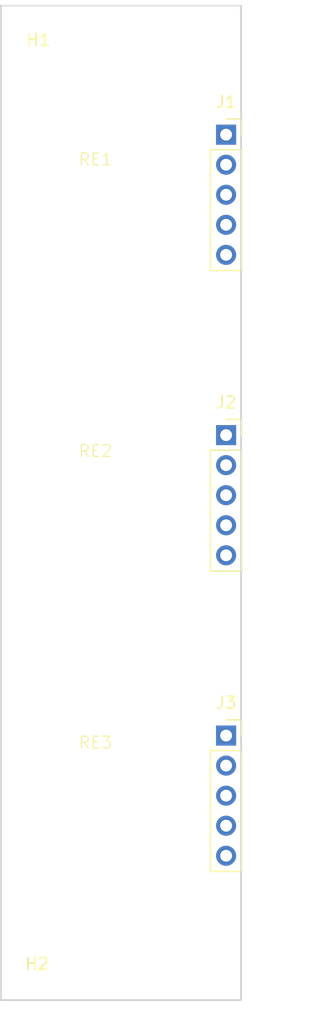
<source format=kicad_pcb>
(kicad_pcb (version 20240108) (generator "pcbnew") (generator_version "8.0")
  (layers (0 "F.Cu" signal) (31 "B.Cu" signal) (34 "B.Paste" user) (35 "F.Paste" user) (36 "B.SilkS" user "B.Silkscreen") (37 "F.SilkS" user "F.Silkscreen") (38 "B.Mask" user) (39 "F.Mask" user) (44 "Edge.Cuts" user))
  (net 0 "")
  (footprint "EXC:Rotary_Encoder_Mount_M7" (layer "F.Cu") (at 8 44.575)
    (property "Reference" "RE2" (at 0 -4.5 0) (layer "F.SilkS") (effects (font (thickness 0.1))))
    (property "Value" "~")
    (pad "" np_thru_hole circle (at 0 0) (size 7 7) (drill 7) (layers "F&B.Cu" "*.Mask"))
  )
  (footprint "MountingHole:MountingHole_3.2mm_M3" (layer "F.Cu") (at 7.61962 83.4794)
    (property "Reference" "H2" (at -4.57162 -0.0404 0) (layer "F.SilkS"))
    (property "Value" "MountingHole")
    (pad "" np_thru_hole circle (at 0 0) (size 3.2 3.2) (drill 3.2) (layers "*.Cu" "*.Mask"))
  )
  (footprint "Connector_PinSocket_2.54mm:PinSocket_1x05_P2.54mm_Vertical" (layer "F.Cu") (at 19.05 38.735)
    (property "Reference" "J2" (at 0 -2.77 0) (layer "F.SilkS"))
    (property "Value" "Conn_01x05_Socket")
    (fp_line (start -1.33 1.27) (end -1.33 11.49) (stroke (width 0.12)) (layer "F.SilkS"))
    (fp_line (start -1.33 1.27) (end 1.33 1.27) (stroke (width 0.12)) (layer "F.SilkS"))
    (fp_line (start -1.33 11.49) (end 1.33 11.49) (stroke (width 0.12)) (layer "F.SilkS"))
    (fp_line (start 0 -1.33) (end 1.33 -1.33) (stroke (width 0.12)) (layer "F.SilkS"))
    (fp_line (start 1.33 -1.33) (end 1.33 0) (stroke (width 0.12)) (layer "F.SilkS"))
    (fp_line (start 1.33 1.27) (end 1.33 11.49) (stroke (width 0.12)) (layer "F.SilkS"))
    (pad "1" thru_hole rect (at 0 0) (size 1.7 1.7) (drill 1) (layers "*.Cu" "*.Mask"))
    (pad "2" thru_hole oval (at 0 2.54) (size 1.7 1.7) (drill 1) (layers "*.Cu" "*.Mask"))
    (pad "3" thru_hole oval (at 0 5.08) (size 1.7 1.7) (drill 1) (layers "*.Cu" "*.Mask"))
    (pad "4" thru_hole oval (at 0 7.62) (size 1.7 1.7) (drill 1) (layers "*.Cu" "*.Mask"))
    (pad "5" thru_hole oval (at 0 10.16) (size 1.7 1.7) (drill 1) (layers "*.Cu" "*.Mask"))
  )
  (footprint "Connector_PinSocket_2.54mm:PinSocket_1x05_P2.54mm_Vertical" (layer "F.Cu") (at 19.05 13.335)
    (property "Reference" "J1" (at 0 -2.77 0) (layer "F.SilkS"))
    (property "Value" "Conn_01x05_Socket")
    (fp_line (start -1.33 1.27) (end -1.33 11.49) (stroke (width 0.12)) (layer "F.SilkS"))
    (fp_line (start -1.33 1.27) (end 1.33 1.27) (stroke (width 0.12)) (layer "F.SilkS"))
    (fp_line (start -1.33 11.49) (end 1.33 11.49) (stroke (width 0.12)) (layer "F.SilkS"))
    (fp_line (start 0 -1.33) (end 1.33 -1.33) (stroke (width 0.12)) (layer "F.SilkS"))
    (fp_line (start 1.33 -1.33) (end 1.33 0) (stroke (width 0.12)) (layer "F.SilkS"))
    (fp_line (start 1.33 1.27) (end 1.33 11.49) (stroke (width 0.12)) (layer "F.SilkS"))
    (pad "1" thru_hole rect (at 0 0) (size 1.7 1.7) (drill 1) (layers "*.Cu" "*.Mask"))
    (pad "2" thru_hole oval (at 0 2.54) (size 1.7 1.7) (drill 1) (layers "*.Cu" "*.Mask"))
    (pad "3" thru_hole oval (at 0 5.08) (size 1.7 1.7) (drill 1) (layers "*.Cu" "*.Mask"))
    (pad "4" thru_hole oval (at 0 7.62) (size 1.7 1.7) (drill 1) (layers "*.Cu" "*.Mask"))
    (pad "5" thru_hole oval (at 0 10.16) (size 1.7 1.7) (drill 1) (layers "*.Cu" "*.Mask"))
  )
  (footprint "EXC:Rotary_Encoder_Mount_M7" (layer "F.Cu") (at 8 19.925)
    (property "Reference" "RE1" (at 0 -4.5 0) (layer "F.SilkS") (effects (font (thickness 0.1))))
    (property "Value" "~")
    (pad "" np_thru_hole circle (at 0 0) (size 7 7) (drill 7) (layers "F&B.Cu" "*.Mask"))
  )
  (footprint "EXC:Rotary_Encoder_Mount_M7" (layer "F.Cu") (at 8 69.225)
    (property "Reference" "RE3" (at 0 -4.5 0) (layer "F.SilkS") (effects (font (thickness 0.1))))
    (property "Value" "~")
    (pad "" np_thru_hole circle (at 0 0) (size 7 7) (drill 7) (layers "F&B.Cu" "*.Mask"))
  )
  (footprint "Connector_PinSocket_2.54mm:PinSocket_1x05_P2.54mm_Vertical" (layer "F.Cu") (at 19.05 64.135)
    (property "Reference" "J3" (at 0 -2.77 0) (layer "F.SilkS"))
    (property "Value" "Conn_01x05_Socket")
    (fp_line (start -1.33 1.27) (end -1.33 11.49) (stroke (width 0.12)) (layer "F.SilkS"))
    (fp_line (start -1.33 1.27) (end 1.33 1.27) (stroke (width 0.12)) (layer "F.SilkS"))
    (fp_line (start -1.33 11.49) (end 1.33 11.49) (stroke (width 0.12)) (layer "F.SilkS"))
    (fp_line (start 0 -1.33) (end 1.33 -1.33) (stroke (width 0.12)) (layer "F.SilkS"))
    (fp_line (start 1.33 -1.33) (end 1.33 0) (stroke (width 0.12)) (layer "F.SilkS"))
    (fp_line (start 1.33 1.27) (end 1.33 11.49) (stroke (width 0.12)) (layer "F.SilkS"))
    (pad "1" thru_hole rect (at 0 0) (size 1.7 1.7) (drill 1) (layers "*.Cu" "*.Mask"))
    (pad "2" thru_hole oval (at 0 2.54) (size 1.7 1.7) (drill 1) (layers "*.Cu" "*.Mask"))
    (pad "3" thru_hole oval (at 0 5.08) (size 1.7 1.7) (drill 1) (layers "*.Cu" "*.Mask"))
    (pad "4" thru_hole oval (at 0 7.62) (size 1.7 1.7) (drill 1) (layers "*.Cu" "*.Mask"))
    (pad "5" thru_hole oval (at 0 10.16) (size 1.7 1.7) (drill 1) (layers "*.Cu" "*.Mask"))
  )
  (footprint "MountingHole:MountingHole_3.2mm_M3" (layer "F.Cu") (at 7.6192 5.425)
    (property "Reference" "H1" (at -4.4442 -0.091 0) (layer "F.SilkS"))
    (property "Value" "MountingHole")
    (pad "" np_thru_hole circle (at 0 0) (size 3.2 3.2) (drill 3.2) (layers "*.Cu" "*.Mask"))
  )
  (gr_rect (start 0 2.425) (end 20.32 86.5) (stroke (width 0.15)) (fill none) (layer "Edge.Cuts"))
)
</source>
